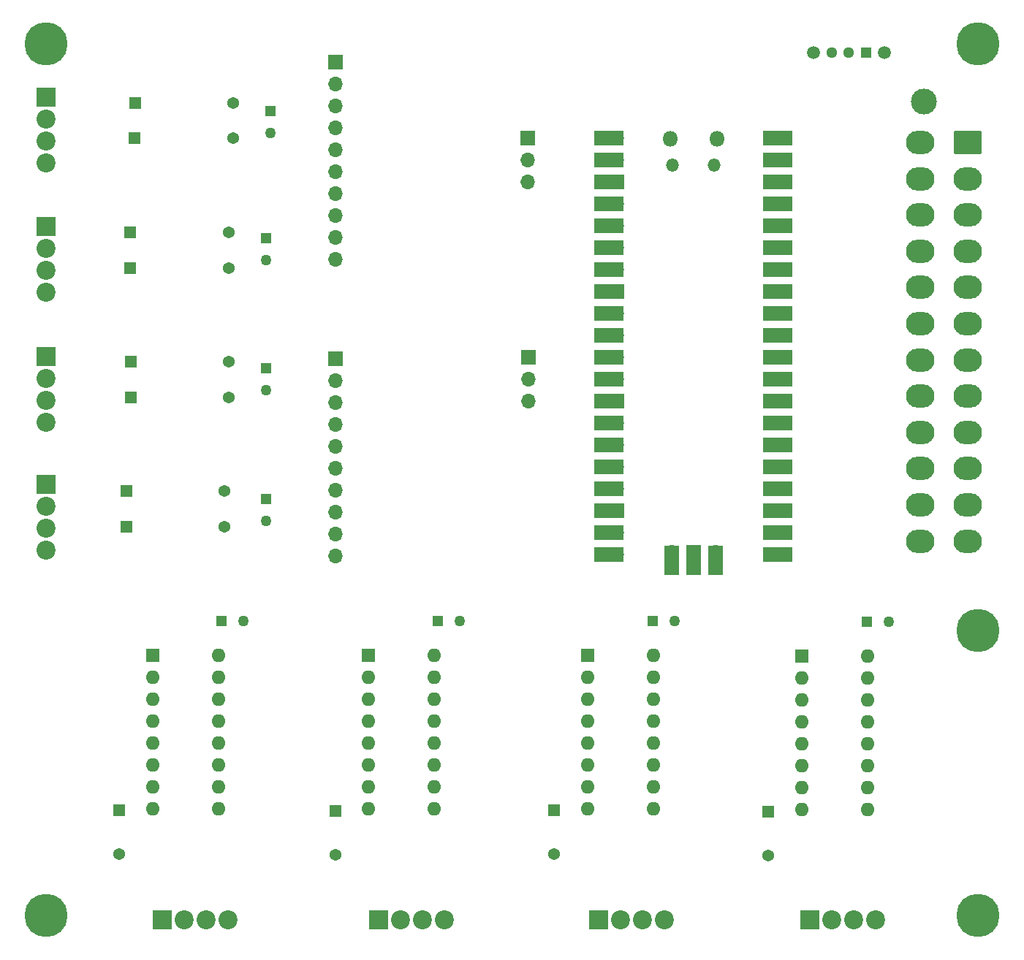
<source format=gbr>
%TF.GenerationSoftware,KiCad,Pcbnew,8.0.0*%
%TF.CreationDate,2024-10-25T13:51:21-05:00*%
%TF.ProjectId,ThorPBC2.0,54686f72-5042-4433-922e-302e6b696361,rev?*%
%TF.SameCoordinates,Original*%
%TF.FileFunction,Soldermask,Top*%
%TF.FilePolarity,Negative*%
%FSLAX46Y46*%
G04 Gerber Fmt 4.6, Leading zero omitted, Abs format (unit mm)*
G04 Created by KiCad (PCBNEW 8.0.0) date 2024-10-25 13:51:21*
%MOMM*%
%LPD*%
G01*
G04 APERTURE LIST*
G04 Aperture macros list*
%AMRoundRect*
0 Rectangle with rounded corners*
0 $1 Rounding radius*
0 $2 $3 $4 $5 $6 $7 $8 $9 X,Y pos of 4 corners*
0 Add a 4 corners polygon primitive as box body*
4,1,4,$2,$3,$4,$5,$6,$7,$8,$9,$2,$3,0*
0 Add four circle primitives for the rounded corners*
1,1,$1+$1,$2,$3*
1,1,$1+$1,$4,$5*
1,1,$1+$1,$6,$7*
1,1,$1+$1,$8,$9*
0 Add four rect primitives between the rounded corners*
20,1,$1+$1,$2,$3,$4,$5,0*
20,1,$1+$1,$4,$5,$6,$7,0*
20,1,$1+$1,$6,$7,$8,$9,0*
20,1,$1+$1,$8,$9,$2,$3,0*%
G04 Aperture macros list end*
%ADD10C,3.000000*%
%ADD11RoundRect,0.250000X-1.400000X1.100000X-1.400000X-1.100000X1.400000X-1.100000X1.400000X1.100000X0*%
%ADD12O,3.300000X2.700000*%
%ADD13R,1.270000X1.270000*%
%ADD14C,1.270000*%
%ADD15R,1.700000X1.700000*%
%ADD16O,1.700000X1.700000*%
%ADD17R,2.200000X2.200000*%
%ADD18C,2.200000*%
%ADD19R,1.371600X1.371600*%
%ADD20C,1.371600*%
%ADD21R,1.600000X1.600000*%
%ADD22O,1.600000X1.600000*%
%ADD23C,2.900000*%
%ADD24C,5.000000*%
%ADD25R,1.295400X1.295400*%
%ADD26C,1.295400*%
%ADD27C,1.498600*%
%ADD28O,1.800000X1.800000*%
%ADD29O,1.500000X1.500000*%
%ADD30R,3.500000X1.700000*%
%ADD31R,1.700000X3.500000*%
G04 APERTURE END LIST*
D10*
%TO.C,J6*%
X158651085Y-72681398D03*
D11*
X163750000Y-77400000D03*
D12*
X163750000Y-81600000D03*
X163750000Y-85800000D03*
X163750000Y-90000000D03*
X163750000Y-94200000D03*
X163750000Y-98400000D03*
X163750000Y-102600000D03*
X163750000Y-106800000D03*
X163750000Y-111000000D03*
X163750000Y-115200000D03*
X163750000Y-119400000D03*
X163750000Y-123600000D03*
X158250000Y-77400000D03*
X158250000Y-81600000D03*
X158250000Y-85800000D03*
X158250000Y-90000000D03*
X158250000Y-94200000D03*
X158250000Y-98400000D03*
X158250000Y-102600000D03*
X158250000Y-106800000D03*
X158250000Y-111000000D03*
X158250000Y-115200000D03*
X158250000Y-119400000D03*
X158250000Y-123600000D03*
%TD*%
D13*
%TO.C,C2*%
X82500000Y-88540000D03*
D14*
X82500000Y-91080000D03*
%TD*%
D15*
%TO.C,J7*%
X112818735Y-76880534D03*
D16*
X112818735Y-79420534D03*
X112818735Y-81960534D03*
%TD*%
D17*
%TO.C,J12*%
X57000000Y-102185000D03*
D18*
X57000000Y-104725000D03*
X57000000Y-107265000D03*
X57000000Y-109805000D03*
%TD*%
D19*
%TO.C,R2*%
X67246000Y-76869400D03*
D20*
X78650600Y-76869400D03*
%TD*%
D19*
%TO.C,C11*%
X90500000Y-154880000D03*
D20*
X90500000Y-159960000D03*
%TD*%
D13*
%TO.C,C5*%
X77365000Y-132880000D03*
D14*
X79905000Y-132880000D03*
%TD*%
D19*
%TO.C,R5*%
X66797700Y-102800000D03*
D20*
X78202300Y-102800000D03*
%TD*%
D13*
%TO.C,C4*%
X82500000Y-118689600D03*
D14*
X82500000Y-121229600D03*
%TD*%
D13*
%TO.C,C7*%
X102365000Y-132880000D03*
D14*
X104905000Y-132880000D03*
%TD*%
D21*
%TO.C,U5*%
X119760000Y-136840000D03*
D22*
X119760000Y-139380000D03*
X119760000Y-141920000D03*
X119760000Y-144460000D03*
X119760000Y-147000000D03*
X119760000Y-149540000D03*
X119760000Y-152080000D03*
X119760000Y-154620000D03*
X127380000Y-154620000D03*
X127380000Y-152080000D03*
X127380000Y-149540000D03*
X127380000Y-147000000D03*
X127380000Y-144460000D03*
X127380000Y-141920000D03*
X127380000Y-139380000D03*
X127380000Y-136840000D03*
%TD*%
D19*
%TO.C,R4*%
X66746000Y-91949600D03*
D20*
X78150600Y-91949600D03*
%TD*%
D15*
%TO.C,J9*%
X90500000Y-102460000D03*
D16*
X90500000Y-105000000D03*
X90500000Y-107540000D03*
X90500000Y-110080000D03*
X90500000Y-112620000D03*
X90500000Y-115160000D03*
X90500000Y-117700000D03*
X90500000Y-120240000D03*
X90500000Y-122780000D03*
X90500000Y-125320000D03*
%TD*%
D19*
%TO.C,R6*%
X66797700Y-106949600D03*
D20*
X78202300Y-106949600D03*
%TD*%
D17*
%TO.C,J10*%
X57000000Y-72185000D03*
D18*
X57000000Y-74725000D03*
X57000000Y-77265000D03*
X57000000Y-79805000D03*
%TD*%
D13*
%TO.C,C1*%
X83000000Y-73760000D03*
D14*
X83000000Y-76300000D03*
%TD*%
D17*
%TO.C,M4*%
X145500000Y-167500000D03*
D18*
X148040000Y-167500000D03*
X150580000Y-167500000D03*
X153120000Y-167500000D03*
%TD*%
D19*
%TO.C,R7*%
X66297700Y-117800000D03*
D20*
X77702300Y-117800000D03*
%TD*%
D13*
%TO.C,C9*%
X152065000Y-132935000D03*
D14*
X154605000Y-132935000D03*
%TD*%
D23*
%TO.C,REF\u002A\u002A*%
X57000000Y-167000000D03*
D24*
X57000000Y-167000000D03*
%TD*%
D21*
%TO.C,U3*%
X69380000Y-136840000D03*
D22*
X69380000Y-139380000D03*
X69380000Y-141920000D03*
X69380000Y-144460000D03*
X69380000Y-147000000D03*
X69380000Y-149540000D03*
X69380000Y-152080000D03*
X69380000Y-154620000D03*
X77000000Y-154620000D03*
X77000000Y-152080000D03*
X77000000Y-149540000D03*
X77000000Y-147000000D03*
X77000000Y-144460000D03*
X77000000Y-141920000D03*
X77000000Y-139380000D03*
X77000000Y-136840000D03*
%TD*%
D19*
%TO.C,C10*%
X65500000Y-154809900D03*
D20*
X65500000Y-159889900D03*
%TD*%
D23*
%TO.C,REF\u002A\u002A*%
X165000000Y-134000000D03*
D24*
X165000000Y-134000000D03*
%TD*%
D19*
%TO.C,C12*%
X115880000Y-154809900D03*
D20*
X115880000Y-159889900D03*
%TD*%
D17*
%TO.C,J13*%
X57000000Y-117000000D03*
D18*
X57000000Y-119540000D03*
X57000000Y-122080000D03*
X57000000Y-124620000D03*
%TD*%
D13*
%TO.C,C8*%
X127245000Y-132880000D03*
D14*
X129785000Y-132880000D03*
%TD*%
D17*
%TO.C,M2*%
X95500000Y-167500000D03*
D18*
X98040000Y-167500000D03*
X100580000Y-167500000D03*
X103120000Y-167500000D03*
%TD*%
D21*
%TO.C,U6*%
X144580000Y-136965000D03*
D22*
X144580000Y-139505000D03*
X144580000Y-142045000D03*
X144580000Y-144585000D03*
X144580000Y-147125000D03*
X144580000Y-149665000D03*
X144580000Y-152205000D03*
X144580000Y-154745000D03*
X152200000Y-154745000D03*
X152200000Y-152205000D03*
X152200000Y-149665000D03*
X152200000Y-147125000D03*
X152200000Y-144585000D03*
X152200000Y-142045000D03*
X152200000Y-139505000D03*
X152200000Y-136965000D03*
%TD*%
D21*
%TO.C,U4*%
X94380000Y-136840000D03*
D22*
X94380000Y-139380000D03*
X94380000Y-141920000D03*
X94380000Y-144460000D03*
X94380000Y-147000000D03*
X94380000Y-149540000D03*
X94380000Y-152080000D03*
X94380000Y-154620000D03*
X102000000Y-154620000D03*
X102000000Y-152080000D03*
X102000000Y-149540000D03*
X102000000Y-147000000D03*
X102000000Y-144460000D03*
X102000000Y-141920000D03*
X102000000Y-139380000D03*
X102000000Y-136840000D03*
%TD*%
D23*
%TO.C,REF\u002A\u002A*%
X57000000Y-66000000D03*
D24*
X57000000Y-66000000D03*
%TD*%
D23*
%TO.C,REF\u002A\u002A*%
X165000000Y-66000000D03*
D24*
X165000000Y-66000000D03*
%TD*%
D19*
%TO.C,R3*%
X66746000Y-87800000D03*
D20*
X78150600Y-87800000D03*
%TD*%
D23*
%TO.C,REF\u002A\u002A*%
X165000000Y-167000000D03*
D24*
X165000000Y-167000000D03*
%TD*%
D15*
%TO.C,J8*%
X90500000Y-68080000D03*
D16*
X90500000Y-70620000D03*
X90500000Y-73160000D03*
X90500000Y-75700000D03*
X90500000Y-78240000D03*
X90500000Y-80780000D03*
X90500000Y-83320000D03*
X90500000Y-85860000D03*
X90500000Y-88400000D03*
X90500000Y-90940000D03*
%TD*%
D15*
%TO.C,J5*%
X112878319Y-102270418D03*
D16*
X112878319Y-104810418D03*
X112878319Y-107350418D03*
%TD*%
D19*
%TO.C,R8*%
X66297700Y-121949600D03*
D20*
X77702300Y-121949600D03*
%TD*%
D17*
%TO.C,M1*%
X70500000Y-167500000D03*
D18*
X73040000Y-167500000D03*
X75580000Y-167500000D03*
X78120000Y-167500000D03*
%TD*%
D19*
%TO.C,R1*%
X67297700Y-72800000D03*
D20*
X78702300Y-72800000D03*
%TD*%
D17*
%TO.C,J11*%
X57000000Y-87185000D03*
D18*
X57000000Y-89725000D03*
X57000000Y-92265000D03*
X57000000Y-94805000D03*
%TD*%
D13*
%TO.C,C3*%
X82500000Y-103580000D03*
D14*
X82500000Y-106120000D03*
%TD*%
D25*
%TO.C,SW1*%
X151999999Y-66999999D03*
D26*
X149999999Y-66999999D03*
X147999998Y-66999999D03*
D27*
X154100000Y-66999999D03*
X145899999Y-66999999D03*
%TD*%
D28*
%TO.C,U7*%
X129275000Y-77000000D03*
D29*
X129575000Y-80030000D03*
X134425000Y-80030000D03*
D28*
X134725000Y-77000000D03*
D16*
X123110000Y-76870000D03*
D30*
X122210000Y-76870000D03*
D16*
X123110000Y-79410000D03*
D30*
X122210000Y-79410000D03*
D15*
X123110000Y-81950000D03*
D30*
X122210000Y-81950000D03*
D16*
X123110000Y-84490000D03*
D30*
X122210000Y-84490000D03*
D16*
X123110000Y-87030000D03*
D30*
X122210000Y-87030000D03*
D16*
X123110000Y-89570000D03*
D30*
X122210000Y-89570000D03*
D16*
X123110000Y-92110000D03*
D30*
X122210000Y-92110000D03*
D15*
X123110000Y-94650000D03*
D30*
X122210000Y-94650000D03*
D16*
X123110000Y-97190000D03*
D30*
X122210000Y-97190000D03*
D16*
X123110000Y-99730000D03*
D30*
X122210000Y-99730000D03*
D16*
X123110000Y-102270000D03*
D30*
X122210000Y-102270000D03*
D16*
X123110000Y-104810000D03*
D30*
X122210000Y-104810000D03*
D15*
X123110000Y-107350000D03*
D30*
X122210000Y-107350000D03*
D16*
X123110000Y-109890000D03*
D30*
X122210000Y-109890000D03*
D16*
X123110000Y-112430000D03*
D30*
X122210000Y-112430000D03*
D16*
X123110000Y-114970000D03*
D30*
X122210000Y-114970000D03*
D16*
X123110000Y-117510000D03*
D30*
X122210000Y-117510000D03*
D15*
X123110000Y-120050000D03*
D30*
X122210000Y-120050000D03*
D16*
X123110000Y-122590000D03*
D30*
X122210000Y-122590000D03*
D16*
X123110000Y-125130000D03*
D30*
X122210000Y-125130000D03*
D16*
X140890000Y-125130000D03*
D30*
X141790000Y-125130000D03*
D16*
X140890000Y-122590000D03*
D30*
X141790000Y-122590000D03*
D15*
X140890000Y-120050000D03*
D30*
X141790000Y-120050000D03*
D16*
X140890000Y-117510000D03*
D30*
X141790000Y-117510000D03*
D16*
X140890000Y-114970000D03*
D30*
X141790000Y-114970000D03*
D16*
X140890000Y-112430000D03*
D30*
X141790000Y-112430000D03*
D16*
X140890000Y-109890000D03*
D30*
X141790000Y-109890000D03*
D15*
X140890000Y-107350000D03*
D30*
X141790000Y-107350000D03*
D16*
X140890000Y-104810000D03*
D30*
X141790000Y-104810000D03*
D16*
X140890000Y-102270000D03*
D30*
X141790000Y-102270000D03*
D16*
X140890000Y-99730000D03*
D30*
X141790000Y-99730000D03*
D16*
X140890000Y-97190000D03*
D30*
X141790000Y-97190000D03*
D15*
X140890000Y-94650000D03*
D30*
X141790000Y-94650000D03*
D16*
X140890000Y-92110000D03*
D30*
X141790000Y-92110000D03*
D16*
X140890000Y-89570000D03*
D30*
X141790000Y-89570000D03*
D16*
X140890000Y-87030000D03*
D30*
X141790000Y-87030000D03*
D16*
X140890000Y-84490000D03*
D30*
X141790000Y-84490000D03*
D15*
X140890000Y-81950000D03*
D30*
X141790000Y-81950000D03*
D16*
X140890000Y-79410000D03*
D30*
X141790000Y-79410000D03*
D16*
X140890000Y-76870000D03*
D30*
X141790000Y-76870000D03*
D16*
X129460000Y-124900000D03*
D31*
X129460000Y-125800000D03*
D15*
X132000000Y-124900000D03*
D31*
X132000000Y-125800000D03*
D16*
X134540000Y-124900000D03*
D31*
X134540000Y-125800000D03*
%TD*%
D17*
%TO.C,M3*%
X121000000Y-167500000D03*
D18*
X123540000Y-167500000D03*
X126080000Y-167500000D03*
X128620000Y-167500000D03*
%TD*%
D19*
%TO.C,C13*%
X140700000Y-154934900D03*
D20*
X140700000Y-160014900D03*
%TD*%
M02*

</source>
